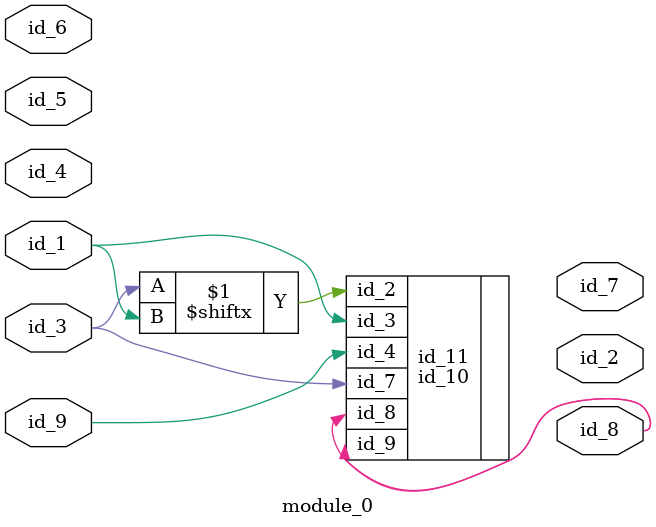
<source format=v>
module module_0 (
    id_1,
    id_2,
    id_3,
    id_4,
    id_5,
    id_6,
    id_7,
    id_8,
    id_9
);
  input id_9;
  output id_8;
  output id_7;
  input id_6;
  input id_5;
  input id_4;
  input id_3;
  output id_2;
  input id_1;
  id_10 id_11 (
      .id_9(id_8),
      .id_3(id_1),
      .id_7(id_4),
      .id_4(id_8),
      .id_4(id_9),
      .id_2(id_3[id_1]),
      .id_8(id_8),
      .id_7(id_3)
  );
endmodule

</source>
